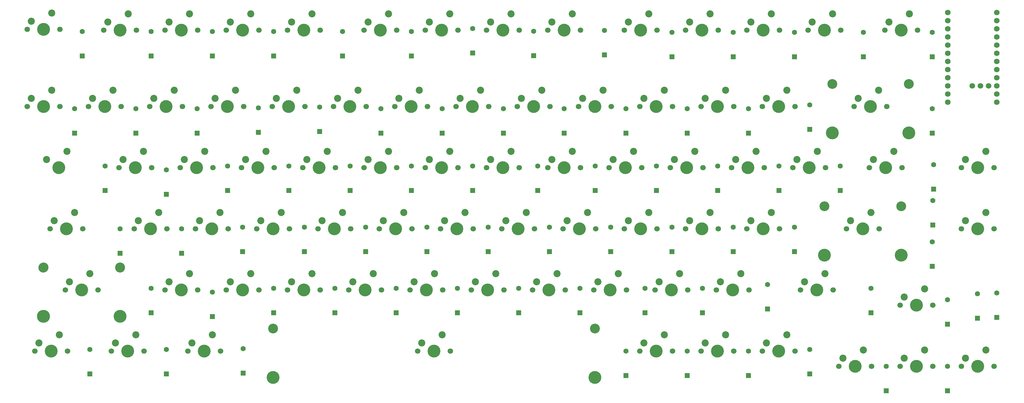
<source format=gbr>
%TF.GenerationSoftware,KiCad,Pcbnew,9.0.2*%
%TF.CreationDate,2025-06-24T14:03:34-04:00*%
%TF.ProjectId,allankeyboard,616c6c61-6e6b-4657-9962-6f6172642e6b,rev?*%
%TF.SameCoordinates,Original*%
%TF.FileFunction,Soldermask,Bot*%
%TF.FilePolarity,Negative*%
%FSLAX46Y46*%
G04 Gerber Fmt 4.6, Leading zero omitted, Abs format (unit mm)*
G04 Created by KiCad (PCBNEW 9.0.2) date 2025-06-24 14:03:34*
%MOMM*%
%LPD*%
G01*
G04 APERTURE LIST*
G04 Aperture macros list*
%AMRoundRect*
0 Rectangle with rounded corners*
0 $1 Rounding radius*
0 $2 $3 $4 $5 $6 $7 $8 $9 X,Y pos of 4 corners*
0 Add a 4 corners polygon primitive as box body*
4,1,4,$2,$3,$4,$5,$6,$7,$8,$9,$2,$3,0*
0 Add four circle primitives for the rounded corners*
1,1,$1+$1,$2,$3*
1,1,$1+$1,$4,$5*
1,1,$1+$1,$6,$7*
1,1,$1+$1,$8,$9*
0 Add four rect primitives between the rounded corners*
20,1,$1+$1,$2,$3,$4,$5,0*
20,1,$1+$1,$4,$5,$6,$7,0*
20,1,$1+$1,$6,$7,$8,$9,0*
20,1,$1+$1,$8,$9,$2,$3,0*%
G04 Aperture macros list end*
%ADD10C,1.700000*%
%ADD11C,4.000000*%
%ADD12C,2.200000*%
%ADD13C,3.048000*%
%ADD14C,3.987800*%
%ADD15C,3.050000*%
%ADD16RoundRect,0.250000X0.550000X-0.550000X0.550000X0.550000X-0.550000X0.550000X-0.550000X-0.550000X0*%
%ADD17C,1.600000*%
%ADD18C,1.752600*%
G04 APERTURE END LIST*
D10*
%TO.C,S73*%
X156998750Y-265843000D03*
D11*
X162078750Y-265843000D03*
D10*
X167158750Y-265843000D03*
D12*
X164618750Y-260763000D03*
X158268750Y-263303000D03*
%TD*%
D10*
%TO.C,S7*%
X254630000Y-165830500D03*
D11*
X259710000Y-165830500D03*
D10*
X264790000Y-165830500D03*
D12*
X262250000Y-160750500D03*
X255900000Y-163290500D03*
%TD*%
D10*
%TO.C,S80*%
X402267500Y-270605500D03*
D11*
X407347500Y-270605500D03*
D10*
X412427500Y-270605500D03*
D12*
X409887500Y-265525500D03*
X403537500Y-268065500D03*
%TD*%
D10*
%TO.C,S35*%
X235580000Y-208693000D03*
D11*
X240660000Y-208693000D03*
D10*
X245740000Y-208693000D03*
D12*
X243200000Y-203613000D03*
X236850000Y-206153000D03*
%TD*%
D10*
%TO.C,S37*%
X273680000Y-208693000D03*
D11*
X278760000Y-208693000D03*
D10*
X283840000Y-208693000D03*
D12*
X281300000Y-203613000D03*
X274950000Y-206153000D03*
%TD*%
D10*
%TO.C,S63*%
X230817500Y-246793000D03*
D11*
X235897500Y-246793000D03*
D10*
X240977500Y-246793000D03*
D12*
X238437500Y-241713000D03*
X232087500Y-244253000D03*
%TD*%
D13*
%TO.C,REF\u002A\u002A*%
X207330000Y-258840000D03*
D14*
X207330000Y-274050000D03*
D13*
X307330000Y-258840000D03*
D14*
X307330000Y-274050000D03*
%TD*%
D10*
%TO.C,S64*%
X249867500Y-246793000D03*
D11*
X254947500Y-246793000D03*
D10*
X260027500Y-246793000D03*
D12*
X257487500Y-241713000D03*
X251137500Y-244253000D03*
%TD*%
D10*
%TO.C,S31*%
X159380000Y-208693000D03*
D11*
X164460000Y-208693000D03*
D10*
X169540000Y-208693000D03*
D12*
X167000000Y-203613000D03*
X160650000Y-206153000D03*
%TD*%
D10*
%TO.C,S2*%
X154617500Y-165830500D03*
D11*
X159697500Y-165830500D03*
D10*
X164777500Y-165830500D03*
D12*
X162237500Y-160750500D03*
X155887500Y-163290500D03*
%TD*%
D10*
%TO.C,S56*%
X354642500Y-227743000D03*
D11*
X359722500Y-227743000D03*
D10*
X364802500Y-227743000D03*
D12*
X362262500Y-222663000D03*
X355912500Y-225203000D03*
%TD*%
D10*
%TO.C,S34*%
X216530000Y-208693000D03*
D11*
X221610000Y-208693000D03*
D10*
X226690000Y-208693000D03*
D12*
X224150000Y-203613000D03*
X217800000Y-206153000D03*
%TD*%
D11*
%TO.C,S30*%
X140647500Y-208693000D03*
D12*
X143187500Y-203613000D03*
X136837500Y-206153000D03*
%TD*%
D10*
%TO.C,S65*%
X268917500Y-246793000D03*
D11*
X273997500Y-246793000D03*
D10*
X279077500Y-246793000D03*
D12*
X276537500Y-241713000D03*
X270187500Y-244253000D03*
%TD*%
D10*
%TO.C,S23*%
X283205000Y-189643000D03*
D11*
X288285000Y-189643000D03*
D10*
X293365000Y-189643000D03*
D12*
X290825000Y-184563000D03*
X284475000Y-187103000D03*
%TD*%
D10*
%TO.C,S62*%
X211767500Y-246793000D03*
D11*
X216847500Y-246793000D03*
D10*
X221927500Y-246793000D03*
D12*
X219387500Y-241713000D03*
X213037500Y-244253000D03*
%TD*%
D10*
%TO.C,S50*%
X240342500Y-227743000D03*
D11*
X245422500Y-227743000D03*
D10*
X250502500Y-227743000D03*
D12*
X247962500Y-222663000D03*
X241612500Y-225203000D03*
%TD*%
D10*
%TO.C,S52*%
X278442500Y-227743000D03*
D11*
X283522500Y-227743000D03*
D10*
X288602500Y-227743000D03*
D12*
X286062500Y-222663000D03*
X279712500Y-225203000D03*
%TD*%
D10*
%TO.C,S71*%
X402267500Y-251555500D03*
D11*
X407347500Y-251555500D03*
D10*
X412427500Y-251555500D03*
D12*
X409887500Y-246475500D03*
X403537500Y-249015500D03*
%TD*%
D10*
%TO.C,S69*%
X345117500Y-246793000D03*
D11*
X350197500Y-246793000D03*
D10*
X355277500Y-246793000D03*
D12*
X352737500Y-241713000D03*
X346387500Y-244253000D03*
%TD*%
D15*
%TO.C,S57*%
X378778750Y-220743000D03*
D11*
X378778750Y-235983000D03*
D10*
X385598750Y-227743000D03*
D11*
X390678750Y-227743000D03*
D10*
X395758750Y-227743000D03*
D15*
X402578750Y-220743000D03*
D11*
X402578750Y-235983000D03*
D12*
X393218750Y-222663000D03*
X386868750Y-225203000D03*
%TD*%
D10*
%TO.C,S44*%
X421317500Y-208693000D03*
D11*
X426397500Y-208693000D03*
D10*
X431477500Y-208693000D03*
D12*
X428937500Y-203613000D03*
X422587500Y-206153000D03*
%TD*%
D10*
%TO.C,S55*%
X335592500Y-227743000D03*
D11*
X340672500Y-227743000D03*
D10*
X345752500Y-227743000D03*
D12*
X343212500Y-222663000D03*
X336862500Y-225203000D03*
%TD*%
D10*
%TO.C,S40*%
X330830000Y-208693000D03*
D11*
X335910000Y-208693000D03*
D10*
X340990000Y-208693000D03*
D12*
X338450000Y-203613000D03*
X332100000Y-206153000D03*
%TD*%
D10*
%TO.C,S12*%
X354642500Y-165830500D03*
D11*
X359722500Y-165830500D03*
D10*
X364802500Y-165830500D03*
D12*
X362262500Y-160750500D03*
X355912500Y-163290500D03*
%TD*%
D10*
%TO.C,S9*%
X292730000Y-165830500D03*
D11*
X297810000Y-165830500D03*
D10*
X302890000Y-165830500D03*
D12*
X300350000Y-160750500D03*
X294000000Y-163290500D03*
%TD*%
D10*
%TO.C,S45*%
X137945000Y-227710000D03*
D11*
X143025000Y-227710000D03*
D10*
X148105000Y-227710000D03*
D12*
X145565000Y-222630000D03*
X139215000Y-225170000D03*
%TD*%
D10*
%TO.C,S17*%
X168905000Y-189643000D03*
D11*
X173985000Y-189643000D03*
D10*
X179065000Y-189643000D03*
D12*
X176525000Y-184563000D03*
X170175000Y-187103000D03*
%TD*%
D10*
%TO.C,S79*%
X383217500Y-270605500D03*
D11*
X388297500Y-270605500D03*
D10*
X393377500Y-270605500D03*
D12*
X390837500Y-265525500D03*
X384487500Y-268065500D03*
%TD*%
D10*
%TO.C,S54*%
X316542500Y-227743000D03*
D11*
X321622500Y-227743000D03*
D10*
X326702500Y-227743000D03*
D12*
X324162500Y-222663000D03*
X317812500Y-225203000D03*
%TD*%
D10*
%TO.C,S81*%
X421317500Y-270605500D03*
D11*
X426397500Y-270605500D03*
D10*
X431477500Y-270605500D03*
D12*
X428937500Y-265525500D03*
X422587500Y-268065500D03*
%TD*%
D10*
%TO.C,S26*%
X340355000Y-189643000D03*
D11*
X345435000Y-189643000D03*
D10*
X350515000Y-189643000D03*
D12*
X347975000Y-184563000D03*
X341625000Y-187103000D03*
%TD*%
D10*
%TO.C,S74*%
X180811250Y-265843000D03*
D11*
X185891250Y-265843000D03*
D10*
X190971250Y-265843000D03*
D12*
X188431250Y-260763000D03*
X182081250Y-263303000D03*
%TD*%
D10*
%TO.C,S3*%
X173667500Y-165830500D03*
D11*
X178747500Y-165830500D03*
D10*
X183827500Y-165830500D03*
D12*
X181287500Y-160750500D03*
X174937500Y-163290500D03*
%TD*%
D10*
%TO.C,S22*%
X264155000Y-189643000D03*
D11*
X269235000Y-189643000D03*
D10*
X274315000Y-189643000D03*
D12*
X271775000Y-184563000D03*
X265425000Y-187103000D03*
%TD*%
D10*
%TO.C,S33*%
X197480000Y-208693000D03*
D11*
X202560000Y-208693000D03*
D10*
X207640000Y-208693000D03*
D12*
X205100000Y-203613000D03*
X198750000Y-206153000D03*
%TD*%
D10*
%TO.C,S10*%
X316542500Y-165830500D03*
D11*
X321622500Y-165830500D03*
D10*
X326702500Y-165830500D03*
D12*
X324162500Y-160750500D03*
X317812500Y-163290500D03*
%TD*%
D10*
%TO.C,S24*%
X302255000Y-189643000D03*
D11*
X307335000Y-189643000D03*
D10*
X312415000Y-189643000D03*
D12*
X309875000Y-184563000D03*
X303525000Y-187103000D03*
%TD*%
D10*
%TO.C,S8*%
X273680000Y-165830500D03*
D11*
X278760000Y-165830500D03*
D10*
X283840000Y-165830500D03*
D12*
X281300000Y-160750500D03*
X274950000Y-163290500D03*
%TD*%
D10*
%TO.C,S41*%
X349880000Y-208693000D03*
D11*
X354960000Y-208693000D03*
D10*
X360040000Y-208693000D03*
D12*
X357500000Y-203613000D03*
X351150000Y-206153000D03*
%TD*%
D10*
%TO.C,S77*%
X340355000Y-265843000D03*
D11*
X345435000Y-265843000D03*
D10*
X350515000Y-265843000D03*
D12*
X347975000Y-260763000D03*
X341625000Y-263303000D03*
%TD*%
D10*
%TO.C,S67*%
X307017500Y-246793000D03*
D11*
X312097500Y-246793000D03*
D10*
X317177500Y-246793000D03*
D12*
X314637500Y-241713000D03*
X308287500Y-244253000D03*
%TD*%
D10*
%TO.C,S21*%
X245105000Y-189643000D03*
D11*
X250185000Y-189643000D03*
D10*
X255265000Y-189643000D03*
D12*
X252725000Y-184563000D03*
X246375000Y-187103000D03*
%TD*%
D10*
%TO.C,S15*%
X130805000Y-189643000D03*
D11*
X135885000Y-189643000D03*
D10*
X140965000Y-189643000D03*
D12*
X138425000Y-184563000D03*
X132075000Y-187103000D03*
%TD*%
D10*
%TO.C,S38*%
X292730000Y-208693000D03*
D11*
X297810000Y-208693000D03*
D10*
X302890000Y-208693000D03*
D12*
X300350000Y-203613000D03*
X294000000Y-206153000D03*
%TD*%
D10*
%TO.C,S6*%
X235580000Y-165830500D03*
D11*
X240660000Y-165830500D03*
D10*
X245740000Y-165830500D03*
D12*
X243200000Y-160750500D03*
X236850000Y-163290500D03*
%TD*%
D10*
%TO.C,S20*%
X226055000Y-189643000D03*
D11*
X231135000Y-189643000D03*
D10*
X236215000Y-189643000D03*
D12*
X233675000Y-184563000D03*
X227325000Y-187103000D03*
%TD*%
D10*
%TO.C,S19*%
X207005000Y-189643000D03*
D11*
X212085000Y-189643000D03*
D10*
X217165000Y-189643000D03*
D12*
X214625000Y-184563000D03*
X208275000Y-187103000D03*
%TD*%
D10*
%TO.C,S18*%
X187955000Y-189643000D03*
D11*
X193035000Y-189643000D03*
D10*
X198115000Y-189643000D03*
D12*
X195575000Y-184563000D03*
X189225000Y-187103000D03*
%TD*%
D10*
%TO.C,S39*%
X311780000Y-208693000D03*
D11*
X316860000Y-208693000D03*
D10*
X321940000Y-208693000D03*
D12*
X319400000Y-203613000D03*
X313050000Y-206153000D03*
%TD*%
D10*
%TO.C,S13*%
X373692500Y-165830500D03*
D11*
X378772500Y-165830500D03*
D10*
X383852500Y-165830500D03*
D12*
X381312500Y-160750500D03*
X374962500Y-163290500D03*
%TD*%
D10*
%TO.C,S51*%
X259392500Y-227743000D03*
D11*
X264472500Y-227743000D03*
D10*
X269552500Y-227743000D03*
D12*
X267012500Y-222663000D03*
X260662500Y-225203000D03*
%TD*%
D15*
%TO.C,S75*%
X207328750Y-258843000D03*
D11*
X207328750Y-274083000D03*
D10*
X252248750Y-265843000D03*
D11*
X257328750Y-265843000D03*
D10*
X262408750Y-265843000D03*
D15*
X307328750Y-258843000D03*
D11*
X307328750Y-274083000D03*
D12*
X259868750Y-260763000D03*
X253518750Y-263303000D03*
%TD*%
D15*
%TO.C,S28*%
X381160000Y-182643000D03*
D11*
X381160000Y-197883000D03*
D10*
X387980000Y-189643000D03*
D11*
X393060000Y-189643000D03*
D10*
X398140000Y-189643000D03*
D15*
X404960000Y-182643000D03*
D11*
X404960000Y-197883000D03*
D12*
X395600000Y-184563000D03*
X389250000Y-187103000D03*
%TD*%
D10*
%TO.C,S16*%
X149855000Y-189643000D03*
D11*
X154935000Y-189643000D03*
D10*
X160015000Y-189643000D03*
D12*
X157475000Y-184563000D03*
X151125000Y-187103000D03*
%TD*%
D10*
%TO.C,S48*%
X202242500Y-227743000D03*
D11*
X207322500Y-227743000D03*
D10*
X212402500Y-227743000D03*
D12*
X209862500Y-222663000D03*
X203512500Y-225203000D03*
%TD*%
D10*
%TO.C,S72*%
X133186250Y-265843000D03*
D11*
X138266250Y-265843000D03*
D10*
X143346250Y-265843000D03*
D12*
X140806250Y-260763000D03*
X134456250Y-263303000D03*
%TD*%
D10*
%TO.C,S76*%
X321305000Y-265843000D03*
D11*
X326385000Y-265843000D03*
D10*
X331465000Y-265843000D03*
D12*
X328925000Y-260763000D03*
X322575000Y-263303000D03*
%TD*%
D10*
%TO.C,S11*%
X335592500Y-165830500D03*
D11*
X340672500Y-165830500D03*
D10*
X345752500Y-165830500D03*
D12*
X343212500Y-160750500D03*
X336862500Y-163290500D03*
%TD*%
D10*
%TO.C,S68*%
X326067500Y-246793000D03*
D11*
X331147500Y-246793000D03*
D10*
X336227500Y-246793000D03*
D12*
X333687500Y-241713000D03*
X327337500Y-244253000D03*
%TD*%
D10*
%TO.C,S70*%
X371311250Y-246793000D03*
D11*
X376391250Y-246793000D03*
D10*
X381471250Y-246793000D03*
D12*
X378931250Y-241713000D03*
X372581250Y-244253000D03*
%TD*%
D10*
%TO.C,S47*%
X183192500Y-227743000D03*
D11*
X188272500Y-227743000D03*
D10*
X193352500Y-227743000D03*
D12*
X190812500Y-222663000D03*
X184462500Y-225203000D03*
%TD*%
D10*
%TO.C,S14*%
X397505000Y-165830500D03*
D11*
X402585000Y-165830500D03*
D10*
X407665000Y-165830500D03*
D12*
X405125000Y-160750500D03*
X398775000Y-163290500D03*
%TD*%
D10*
%TO.C,S53*%
X297492500Y-227743000D03*
D11*
X302572500Y-227743000D03*
D10*
X307652500Y-227743000D03*
D12*
X305112500Y-222663000D03*
X298762500Y-225203000D03*
%TD*%
D10*
%TO.C,S4*%
X192717500Y-165830500D03*
D11*
X197797500Y-165830500D03*
D10*
X202877500Y-165830500D03*
D12*
X200337500Y-160750500D03*
X193987500Y-163290500D03*
%TD*%
D10*
%TO.C,S61*%
X192717500Y-246793000D03*
D11*
X197797500Y-246793000D03*
D10*
X202877500Y-246793000D03*
D12*
X200337500Y-241713000D03*
X193987500Y-244253000D03*
%TD*%
D10*
%TO.C,S36*%
X254630000Y-208693000D03*
D11*
X259710000Y-208693000D03*
D10*
X264790000Y-208693000D03*
D12*
X262250000Y-203613000D03*
X255900000Y-206153000D03*
%TD*%
D10*
%TO.C,S66*%
X287967500Y-246793000D03*
D11*
X293047500Y-246793000D03*
D10*
X298127500Y-246793000D03*
D12*
X295587500Y-241713000D03*
X289237500Y-244253000D03*
%TD*%
D10*
%TO.C,S42*%
X368930000Y-208693000D03*
D11*
X374010000Y-208693000D03*
D10*
X379090000Y-208693000D03*
D12*
X376550000Y-203613000D03*
X370200000Y-206153000D03*
%TD*%
D10*
%TO.C,S43*%
X392742500Y-208693000D03*
D11*
X397822500Y-208693000D03*
D10*
X402902500Y-208693000D03*
D12*
X400362500Y-203613000D03*
X394012500Y-206153000D03*
%TD*%
D10*
%TO.C,S1*%
X130805000Y-165640000D03*
D11*
X135885000Y-165640000D03*
D10*
X140965000Y-165640000D03*
D12*
X138425000Y-160560000D03*
X132075000Y-163100000D03*
%TD*%
D13*
%TO.C,REF\u002A\u002A*%
X135853250Y-239810550D03*
D14*
X135853250Y-255020550D03*
D13*
X159729250Y-239810550D03*
D14*
X159729250Y-255020550D03*
%TD*%
D10*
%TO.C,S25*%
X321305000Y-189643000D03*
D11*
X326385000Y-189643000D03*
D10*
X331465000Y-189643000D03*
D12*
X328925000Y-184563000D03*
X322575000Y-187103000D03*
%TD*%
D15*
%TO.C,S59*%
X135891250Y-239793000D03*
D11*
X135891250Y-255033000D03*
D10*
X142711250Y-246793000D03*
D11*
X147791250Y-246793000D03*
D10*
X152871250Y-246793000D03*
D15*
X159691250Y-239793000D03*
D11*
X159691250Y-255033000D03*
D12*
X150331250Y-241713000D03*
X143981250Y-244253000D03*
%TD*%
D10*
%TO.C,S5*%
X211767500Y-165830500D03*
D11*
X216847500Y-165830500D03*
D10*
X221927500Y-165830500D03*
D12*
X219387500Y-160750500D03*
X213037500Y-163290500D03*
%TD*%
D10*
%TO.C,S60*%
X173667500Y-246793000D03*
D11*
X178747500Y-246793000D03*
D10*
X183827500Y-246793000D03*
D12*
X181287500Y-241713000D03*
X174937500Y-244253000D03*
%TD*%
D10*
%TO.C,S27*%
X359405000Y-189643000D03*
D11*
X364485000Y-189643000D03*
D10*
X369565000Y-189643000D03*
D12*
X367025000Y-184563000D03*
X360675000Y-187103000D03*
%TD*%
D10*
%TO.C,S78*%
X359405000Y-265843000D03*
D11*
X364485000Y-265843000D03*
D10*
X369565000Y-265843000D03*
D12*
X367025000Y-260763000D03*
X360675000Y-263303000D03*
%TD*%
D10*
%TO.C,S58*%
X421317500Y-227743000D03*
D11*
X426397500Y-227743000D03*
D10*
X431477500Y-227743000D03*
D12*
X428937500Y-222663000D03*
X422587500Y-225203000D03*
%TD*%
D10*
%TO.C,S46*%
X164142500Y-227743000D03*
D11*
X169222500Y-227743000D03*
D10*
X174302500Y-227743000D03*
D12*
X171762500Y-222663000D03*
X165412500Y-225203000D03*
%TD*%
D10*
%TO.C,S32*%
X178430000Y-208693000D03*
D11*
X183510000Y-208693000D03*
D10*
X188590000Y-208693000D03*
D12*
X186050000Y-203613000D03*
X179700000Y-206153000D03*
%TD*%
D10*
%TO.C,S49*%
X221292500Y-227743000D03*
D11*
X226372500Y-227743000D03*
D10*
X231452500Y-227743000D03*
D12*
X228912500Y-222663000D03*
X222562500Y-225203000D03*
%TD*%
D13*
%TO.C,REF\u002A\u002A*%
X378704000Y-220730000D03*
D14*
X378704000Y-235940000D03*
D13*
X402580000Y-220730000D03*
D14*
X402580000Y-235940000D03*
%TD*%
D16*
%TO.C,D65*%
X283677400Y-253902400D03*
D17*
X283677400Y-246282400D03*
%TD*%
D16*
%TO.C,D30*%
X155092600Y-215803200D03*
D17*
X155092600Y-208183200D03*
%TD*%
D16*
%TO.C,D72*%
X150330200Y-272952000D03*
D17*
X150330200Y-265332000D03*
%TD*%
D16*
%TO.C,D81*%
X426330000Y-255620000D03*
D17*
X426330000Y-248000000D03*
%TD*%
D16*
%TO.C,D55*%
X350351000Y-234852800D03*
D17*
X350351000Y-227232800D03*
%TD*%
D16*
%TO.C,D66*%
X302727000Y-253902400D03*
D17*
X302727000Y-246282400D03*
%TD*%
D16*
%TO.C,D14*%
X412262200Y-174132200D03*
D17*
X412262200Y-166512200D03*
%TD*%
D16*
%TO.C,D12*%
X369400600Y-174132200D03*
D17*
X369400600Y-166512200D03*
%TD*%
D16*
%TO.C,D25*%
X336063800Y-197944200D03*
D17*
X336063800Y-190324200D03*
%TD*%
D16*
%TO.C,D70*%
X393212600Y-253902400D03*
D17*
X393212600Y-246282400D03*
%TD*%
D16*
%TO.C,D10*%
X331301400Y-174132200D03*
D17*
X331301400Y-166512200D03*
%TD*%
D16*
%TO.C,D28*%
X412262200Y-197944200D03*
D17*
X412262200Y-190324200D03*
%TD*%
D16*
%TO.C,D7*%
X269393750Y-172942500D03*
D17*
X269393750Y-165322500D03*
%TD*%
D16*
%TO.C,D80*%
X417024600Y-278225500D03*
D17*
X417024600Y-270605500D03*
%TD*%
D16*
%TO.C,D50*%
X255103000Y-234852800D03*
D17*
X255103000Y-227232800D03*
%TD*%
D16*
%TO.C,D32*%
X193191800Y-215803200D03*
D17*
X193191800Y-208183200D03*
%TD*%
D16*
%TO.C,D13*%
X390831400Y-174132200D03*
D17*
X390831400Y-166512200D03*
%TD*%
D16*
%TO.C,D31*%
X174142200Y-216993800D03*
D17*
X174142200Y-209373800D03*
%TD*%
D16*
%TO.C,D69*%
X361066400Y-252711800D03*
D17*
X361066400Y-245091800D03*
%TD*%
D16*
%TO.C,D24*%
X317014200Y-197944200D03*
D17*
X317014200Y-190324200D03*
%TD*%
D16*
%TO.C,D23*%
X297810000Y-197944200D03*
D17*
X297810000Y-190324200D03*
%TD*%
D16*
%TO.C,D34*%
X231291000Y-215803200D03*
D17*
X231291000Y-208183200D03*
%TD*%
D16*
%TO.C,D8*%
X288325000Y-173770000D03*
D17*
X288325000Y-166150000D03*
%TD*%
D16*
%TO.C,D48*%
X217003800Y-234852800D03*
D17*
X217003800Y-227232800D03*
%TD*%
D16*
%TO.C,D37*%
X289630400Y-215803200D03*
D17*
X289630400Y-208183200D03*
%TD*%
D16*
%TO.C,D74*%
X197954200Y-272713800D03*
D17*
X197954200Y-265093800D03*
%TD*%
D16*
%TO.C,D33*%
X212241400Y-215803200D03*
D17*
X212241400Y-208183200D03*
%TD*%
D16*
%TO.C,D49*%
X236053400Y-234852800D03*
D17*
X236053400Y-227232800D03*
%TD*%
D16*
%TO.C,D20*%
X240815800Y-197944200D03*
D17*
X240815800Y-190324200D03*
%TD*%
D16*
%TO.C,D78*%
X374163000Y-272952000D03*
D17*
X374163000Y-265332000D03*
%TD*%
D16*
%TO.C,D75*%
X317014200Y-273463000D03*
D17*
X317014200Y-265843000D03*
%TD*%
D16*
%TO.C,D4*%
X207481250Y-173895000D03*
D17*
X207481250Y-166275000D03*
%TD*%
D16*
%TO.C,D77*%
X355113400Y-273463000D03*
D17*
X355113400Y-265843000D03*
%TD*%
D16*
%TO.C,D9*%
X310325000Y-173580000D03*
D17*
X310325000Y-165960000D03*
%TD*%
D16*
%TO.C,D1*%
X147950000Y-173895000D03*
D17*
X147950000Y-166275000D03*
%TD*%
D16*
%TO.C,D35*%
X250340600Y-215803200D03*
D17*
X250340600Y-208183200D03*
%TD*%
D16*
%TO.C,D56*%
X369400600Y-234852800D03*
D17*
X369400600Y-227232800D03*
%TD*%
D16*
%TO.C,D26*%
X355113400Y-197944200D03*
D17*
X355113400Y-190324200D03*
%TD*%
D16*
%TO.C,D11*%
X350351000Y-174132200D03*
D17*
X350351000Y-166512200D03*
%TD*%
D16*
%TO.C,D17*%
X183667000Y-197944200D03*
D17*
X183667000Y-190324200D03*
%TD*%
D16*
%TO.C,D2*%
X169381250Y-173895000D03*
D17*
X169381250Y-166275000D03*
%TD*%
D16*
%TO.C,D60*%
X188429400Y-255093000D03*
D17*
X188429400Y-247473000D03*
%TD*%
D16*
%TO.C,D15*%
X145567800Y-197944200D03*
D17*
X145567800Y-190324200D03*
%TD*%
D16*
%TO.C,D79*%
X397975000Y-278225500D03*
D17*
X397975000Y-270605500D03*
%TD*%
D16*
%TO.C,D59*%
X169379800Y-253902400D03*
D17*
X169379800Y-246282400D03*
%TD*%
D16*
%TO.C,D42*%
X383687800Y-215803200D03*
D17*
X383687800Y-208183200D03*
%TD*%
D16*
%TO.C,D73*%
X174142200Y-272952000D03*
D17*
X174142200Y-265332000D03*
%TD*%
D16*
%TO.C,D47*%
X197797500Y-234852800D03*
D17*
X197797500Y-227232800D03*
%TD*%
D16*
%TO.C,D39*%
X326539000Y-215803200D03*
D17*
X326539000Y-208183200D03*
%TD*%
D16*
%TO.C,D64*%
X264627800Y-253902400D03*
D17*
X264627800Y-246282400D03*
%TD*%
D16*
%TO.C,D38*%
X307489400Y-215803200D03*
D17*
X307489400Y-208183200D03*
%TD*%
D16*
%TO.C,D53*%
X312251800Y-234852800D03*
D17*
X312251800Y-227232800D03*
%TD*%
D16*
%TO.C,D5*%
X228912500Y-173895000D03*
D17*
X228912500Y-166275000D03*
%TD*%
D16*
%TO.C,D52*%
X293202200Y-234852800D03*
D17*
X293202200Y-227232800D03*
%TD*%
D16*
%TO.C,D3*%
X188431250Y-173895000D03*
D17*
X188431250Y-166275000D03*
%TD*%
D16*
%TO.C,D19*%
X221766200Y-197467800D03*
D17*
X221766200Y-189847800D03*
%TD*%
D16*
%TO.C,D27*%
X374163000Y-196753600D03*
D17*
X374163000Y-189133600D03*
%TD*%
D16*
%TO.C,D36*%
X269390200Y-215803200D03*
D17*
X269390200Y-208183200D03*
%TD*%
D16*
%TO.C,D62*%
X226528600Y-253902400D03*
D17*
X226528600Y-246282400D03*
%TD*%
D16*
%TO.C,D76*%
X336063800Y-273463000D03*
D17*
X336063800Y-265843000D03*
%TD*%
D16*
%TO.C,D57*%
X412250000Y-239470000D03*
D17*
X412250000Y-231850000D03*
%TD*%
D16*
%TO.C,D16*%
X164617400Y-197944200D03*
D17*
X164617400Y-190324200D03*
%TD*%
D16*
%TO.C,D68*%
X340826200Y-253902400D03*
D17*
X340826200Y-246282400D03*
%TD*%
D16*
%TO.C,D6*%
X250343750Y-173895000D03*
D17*
X250343750Y-166275000D03*
%TD*%
D16*
%TO.C,D43*%
X412700000Y-215420000D03*
D17*
X412700000Y-207800000D03*
%TD*%
D16*
%TO.C,D46*%
X178825000Y-235330000D03*
D17*
X178825000Y-227710000D03*
%TD*%
D16*
%TO.C,D71*%
X417024600Y-257474200D03*
D17*
X417024600Y-249854200D03*
%TD*%
D16*
%TO.C,D54*%
X331301400Y-234852800D03*
D17*
X331301400Y-227232800D03*
%TD*%
D16*
%TO.C,D18*%
X202716600Y-197706000D03*
D17*
X202716600Y-190086000D03*
%TD*%
D16*
%TO.C,D58*%
X432350000Y-255310000D03*
D17*
X432350000Y-247690000D03*
%TD*%
D16*
%TO.C,D21*%
X259865400Y-197944200D03*
D17*
X259865400Y-190324200D03*
%TD*%
D16*
%TO.C,D51*%
X274152600Y-234852800D03*
D17*
X274152600Y-227232800D03*
%TD*%
D16*
%TO.C,D22*%
X278915000Y-197944200D03*
D17*
X278915000Y-190324200D03*
%TD*%
D16*
%TO.C,D67*%
X322967200Y-253902400D03*
D17*
X322967200Y-246282400D03*
%TD*%
D18*
%TO.C,U1*%
X432370000Y-160310000D03*
X432370000Y-162850000D03*
X432370000Y-165390000D03*
X432370000Y-167930000D03*
X432370000Y-170470000D03*
X432370000Y-173010000D03*
X432370000Y-175550000D03*
X432370000Y-178090000D03*
X432370000Y-180630000D03*
X432370000Y-183170000D03*
X432370000Y-185710000D03*
X432370000Y-188250000D03*
X417130000Y-188250000D03*
X417130000Y-185710000D03*
X417130000Y-183170000D03*
X417130000Y-180630000D03*
X417130000Y-178090000D03*
X417130000Y-175550000D03*
X417130000Y-173010000D03*
X417130000Y-170470000D03*
X417130000Y-167930000D03*
X417130000Y-165390000D03*
X417130000Y-162850000D03*
X417130000Y-160310000D03*
X429830000Y-183170000D03*
X427290000Y-183170000D03*
X424750000Y-183170000D03*
%TD*%
D16*
%TO.C,D40*%
X345588600Y-215803200D03*
D17*
X345588600Y-208183200D03*
%TD*%
D16*
%TO.C,D63*%
X245578200Y-253902400D03*
D17*
X245578200Y-246282400D03*
%TD*%
D16*
%TO.C,D41*%
X364638200Y-215803200D03*
D17*
X364638200Y-208183200D03*
%TD*%
D16*
%TO.C,D45*%
X159725000Y-235330000D03*
D17*
X159725000Y-227710000D03*
%TD*%
D16*
%TO.C,D44*%
X412450000Y-226570000D03*
D17*
X412450000Y-218950000D03*
%TD*%
D16*
%TO.C,D61*%
X207479000Y-253902400D03*
D17*
X207479000Y-246282400D03*
%TD*%
M02*

</source>
